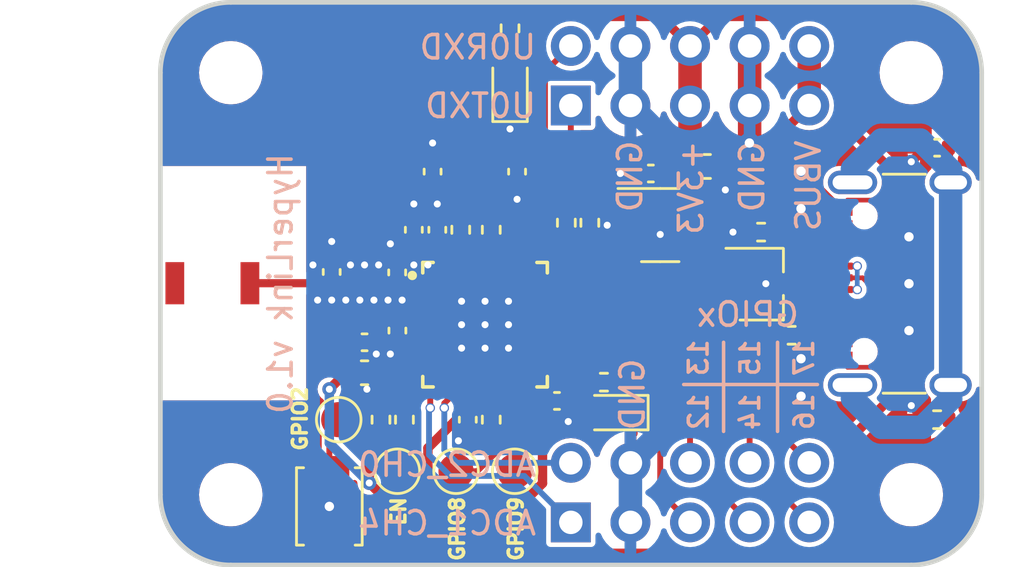
<source format=kicad_pcb>
(kicad_pcb (version 20221018) (generator pcbnew)
  (layers (0 "F.Cu" signal) (31 "B.Cu" signal) (34 "B.Paste" user) (35 "F.Paste" user) (36 "B.SilkS" user "B.Silkscreen") (37 "F.SilkS" user "F.Silkscreen") (38 "B.Mask" user) (39 "F.Mask" user) (44 "Edge.Cuts" user))
  (net 0 "")
  (net 1 "+3V3")
  (net 4 "VBUS")
  (net 5 "GND")
  (net 11 "/USB_D-")
  (net 12 "/USB_D+")
  (net 14 "/GPIO9")
  (net 15 "/GPIO2")
  (net 16 "/EN")
  (net 17 "/RF")
  (net 18 "/ANT")
  (net 19 "/SHIELD")
  (net 20 "/GPIO8")
  (net 21 "/XTAL_P")
  (net 22 "/XTAL_N")
  (net 23 "/XTAL_P_RES")
  (net 24 "/VDD3P3")
  (net 25 "/U0RXD")
  (net 26 "/U0TXD")
  (net 27 "/GPIO12")
  (net 28 "/GPIO13")
  (net 29 "/GPIO14")
  (net 30 "/GPIO15")
  (net 31 "/GPIO16")
  (net 32 "/GPIO17")
  (net 33 "/ADC1_CH4")
  (net 34 "/ADC2_CH0")
  (net 35 "/U0TXD_RES")
  (net 36 "/CC1")
  (net 37 "/CC2")
  (net 39 "/LDO_EN")
  (net 40 "/STATUS_LED_RES")
  (net 41 "/POWER_LED_RES")
  (net 42 "/STATUS_LED")
  (footprint "Package_TO_SOT_SMD:SOT-23-5" (layer "F.Cu") (at 140.3 79.5)
    (fp_text reference "U3" hide)
    (fp_text value "MIC5504-3.3YM5" hide)
  )
  (footprint "Resistor_SMD:R_0402_1005Metric" (layer "F.Cu") (at 144.6 79.8 180)
    (fp_text reference "R7" hide)
    (fp_text value "5k1" hide)
  )
  (footprint "TestPoint:TestPoint_Pad_D1.5mm" (layer "F.Cu") (at 126.6 87.8)
    (fp_text reference "TP4" hide)
    (fp_text value "GPIO2" hide)
  )
  (footprint "MountingHole:MountingHole_2.2mm_M2" (layer "F.Cu") (at 122 73)
    (fp_text reference "H3" hide)
    (fp_text value "MountingHole" hide)
  )
  (footprint "Resistor_SMD:R_0402_1005Metric" (layer "F.Cu") (at 129.4 87.8 90)
    (fp_text reference "R4" hide)
    (fp_text value "10k" hide)
  )
  (footprint "Capacitor_SMD:C_0402_1005Metric" (layer "F.Cu") (at 135.9 87)
    (fp_text reference "C2" hide)
    (fp_text value "100n" hide)
  )
  (footprint "MountingHole:MountingHole_2.2mm_M2" (layer "F.Cu") (at 151 73)
    (fp_text reference "H2" hide)
    (fp_text value "MountingHole" hide)
  )
  (footprint "Resistor_SMD:R_0402_1005Metric" (layer "F.Cu") (at 145.9 84.2 180)
    (fp_text reference "R8" hide)
    (fp_text value "5k1" hide)
  )
  (footprint "Capacitor_SMD:C_0402_1005Metric" (layer "F.Cu") (at 130.6 77.22 90)
    (fp_text reference "C5" hide)
    (fp_text value "12pF" hide)
  )
  (footprint "Capacitor_SMD:C_0603_1608Metric" (layer "F.Cu") (at 142.3 77)
    (fp_text reference "C7" hide)
    (fp_text value "10u" hide)
  )
  (footprint "TestPoint:TestPoint_Pad_D1.5mm" (layer "F.Cu") (at 134.1 90)
    (fp_text reference "TP2" hide)
    (fp_text value "GPIO9" hide)
  )
  (footprint "Capacitor_SMD:C_0603_1608Metric" (layer "F.Cu") (at 127.7 85.8)
    (fp_text reference "C18" hide)
    (fp_text value "10u" hide)
  )
  (footprint "Capacitor_SMD:C_0402_1005Metric" (layer "F.Cu") (at 126.3 81.5 90)
    (fp_text reference "C14" hide)
    (fp_text value "C" hide)
  )
  (footprint "Capacitor_SMD:C_0402_1005Metric" (layer "F.Cu") (at 130.8 79.7 90)
    (fp_text reference "C4" hide)
    (fp_text value "1u" hide)
  )
  (footprint "Capacitor_SMD:C_0402_1005Metric" (layer "F.Cu") (at 129.09 81.52 90)
    (fp_text reference "C1" hide)
    (fp_text value "C" hide)
  )
  (footprint "Inductor_SMD:L_0402_1005Metric" (layer "F.Cu") (at 127.7 81.95)
    (fp_text reference "L1" hide)
    (fp_text value "L" hide)
  )
  (footprint "Resistor_SMD:R_0402_1005Metric" (layer "F.Cu") (at 136.3 79.4 -90)
    (fp_text reference "R9" hide)
    (fp_text value "1k5" hide)
  )
  (footprint "Capacitor_SMD:C_0402_1005Metric" (layer "F.Cu") (at 134.2 77.22 -90)
    (fp_text reference "C6" hide)
    (fp_text value "12pF" hide)
  )
  (footprint "Inductor_SMD:L_0402_1005Metric" (layer "F.Cu") (at 127.7 83.5)
    (fp_text reference "L2" hide)
    (fp_text value "2n" hide)
  )
  (footprint "TestPoint:TestPoint_Pad_D1.5mm" (layer "F.Cu") (at 131.6 90)
    (fp_text reference "TP3" hide)
    (fp_text value "GPIO8" hide)
  )
  (footprint "Resistor_SMD:R_0402_1005Metric" (layer "F.Cu") (at 137.3 79.4 90)
    (fp_text reference "R10" hide)
    (fp_text value "10k" hide)
  )
  (footprint "Connector_USB:USB_C_Receptacle_GCT_USB4105-xx-A_16P_TopMnt_Horizontal" (layer "F.Cu") (at 151.6 82 90)
    (fp_text reference "J1" hide)
    (fp_text value "USB_C_Receptacle_USB2.0" hide)
  )
  (footprint "Capacitor_SMD:C_0402_1005Metric" (layer "F.Cu") (at 129.1 84 -90)
    (fp_text reference "C15" hide)
    (fp_text value "100n" hide)
  )
  (footprint "Capacitor_SMD:C_0402_1005Metric" (layer "F.Cu") (at 152.1 76.2 180)
    (fp_text reference "C11" hide)
    (fp_text value "C" hide)
  )
  (footprint "MountingHole:MountingHole_2.2mm_M2" (layer "F.Cu") (at 151 91)
    (fp_text reference "H1" hide)
    (fp_text value "MountingHole" hide)
  )
  (footprint "Connector_PinHeader_2.54mm:PinHeader_2x05_P2.54mm_Vertical" (layer "F.Cu") (at 136.49 92.18 90)
    (fp_text reference "J2" hide)
    (fp_text value "Conn_02x05_Odd_Even" hide)
  )
  (footprint "Connector_PinHeader_2.54mm:PinHeader_2x05_P2.54mm_Vertical" (layer "F.Cu") (at 136.49 74.4 90)
    (fp_text reference "J3" hide)
    (fp_text value "Conn_02x05_Odd_Even" hide)
  )
  (footprint "Resistor_SMD:R_0402_1005Metric" (layer "F.Cu") (at 137.9 86.2 180)
    (fp_text reference "R11" hide)
    (fp_text value "1k" hide)
  )
  (footprint "Capacitor_SMD:C_0402_1005Metric" (layer "F.Cu") (at 129.8 79.7 90)
    (fp_text reference "C3" hide)
    (fp_text value "10n" hide)
  )
  (footprint "Resistor_SMD:R_0402_1005Metric" (layer "F.Cu") (at 133.1 87.8 90)
    (fp_text reference "R2" hide)
    (fp_text value "10k" hide)
  )
  (footprint "Capacitor_SMD:C_0402_1005Metric" (layer "F.Cu") (at 139.9 77.3 180)
    (fp_text reference "C12" hide)
    (fp_text value "1u" hide)
  )
  (footprint "Resistor_SMD:R_0402_1005Metric" (layer "F.Cu") (at 128.4 87.8 90)
    (fp_text reference "R3" hide)
    (fp_text value "10k" hide)
  )
  (footprint "Resistor_SMD:R_0402_1005Metric" (layer "F.Cu") (at 131.8 79.7 -90)
    (fp_text reference "R6" hide)
    (fp_text value "0R" hide)
  )
  (footprint "Resistor_SMD:R_0402_1005Metric" (layer "F.Cu") (at 133.9 71.11 -90)
    (fp_text reference "R12" hide)
    (fp_text value "1k" hide)
  )
  (footprint "encyclopedia_galactica:ABM11W-30.0000MHZ-7-D1X-T3" (layer "F.Cu") (at 132.400001 77.4 180)
    (fp_text reference "Y1" hide)
    (fp_text value "ABM11W-40.0000MHZ-8-B1U-T3" hide)
  )
  (footprint "Capacitor_SMD:C_0402_1005Metric" (layer "F.Cu") (at 132.1 87.8 -90)
    (fp_text reference "C17" hide)
    (fp_text value "100n" hide)
  )
  (footprint "LED_SMD:LED_0603_1608Metric" (layer "F.Cu") (at 133.9 73.6 90)
    (fp_text reference "D2" hide)
    (fp_text value "LED" hide)
  )
  (footprint "MountingHole:MountingHole_2.2mm_M2" (layer "F.Cu") (at 122 91)
    (fp_text reference "H4" hide)
    (fp_text value "MountingHole" hide)
  )
  (footprint "Package_TO_SOT_SMD:TSOT-23" (layer "F.Cu") (at 144.6 82)
    (fp_text reference "U2" hide)
    (fp_text value "PESD2USB5UXT" hide)
  )
  (footprint "LED_SMD:LED_0603_1608Metric" (layer "F.Cu") (at 138.3 87.5 180)
    (fp_text reference "D1" hide)
    (fp_text value "LED" hide)
  )
  (footprint "encyclopedia_galactica:QFN32_5X5_EXP" (layer "F.Cu") (at 132.834851 83.7487)
    (fp_text reference "U1" hide)
    (fp_text value "ESP32-C3" hide)
  )
  (footprint "Capacitor_SMD:C_0402_1005Metric" (layer "F.Cu") (at 127.7 84.5)
    (fp_text reference "C16" hide)
    (fp_text value "100n" hide)
  )
  (footprint "TestPoint:TestPoint_Pad_D1.5mm" (layer "F.Cu") (at 129.1 90)
    (fp_text reference "TP1" hide)
    (fp_text value "EN" hide)
  )
  (footprint "Button_Switch_SMD:SW_SPST_B3U-1000P" (layer "F.Cu") (at 126.2 91.5 90)
    (fp_text reference "SW1" hide)
    (fp_text value "SW_Push" hide)
  )
  (footprint "Resistor_SMD:R_0402_1005Metric" (layer "F.Cu") (at 152.1 87.8 180)
    (fp_text reference "R1" hide)
    (fp_text value "R" hide)
  )
  (footprint "encyclopedia_galactica:2108838-1" (layer "F.Cu") (at 118.715 81.98)
    (fp_text reference "AE1" hide)
    (fp_text value "2108838-1" hide)
  )
  (footprint "Resistor_SMD:R_0402_1005Metric" (layer "F.Cu") (at 133.1 79.7 -90)
    (fp_text reference "R5" hide)
    (fp_text value "500R" hide)
  )
  (gr_line (start 143 84.5) (end 143 88.3) (stroke (width 0.15)) (layer "B.SilkS"))
  (gr_line (start 145.3 84.5) (end 145.3 88.3) (stroke (width 0.15)) (layer "B.SilkS"))
  (gr_line (start 141.3 86.3) (end 147 86.3) (stroke (width 0.15)) (layer "B.SilkS"))
  (gr_line locked (start 122.000001 94) (end 151 94) (stroke (width 0.2)) (layer "Edge.Cuts"))
  (gr_arc locked (start 154.000002 91.000001) (mid 153.121322 93.121321) (end 151.000002 94.000001) (stroke (width 0.2)) (layer "Edge.Cuts"))
  (gr_line locked (start 119.000001 72.999999) (end 119 91) (stroke (width 0.2)) (layer "Edge.Cuts"))
  (gr_arc locked (start 151.000002 69.999999) (mid 153.121321 70.878679) (end 154.000002 72.999999) (stroke (width 0.2)) (layer "Edge.Cuts"))
  (gr_arc locked (start 122 94.000001) (mid 119.878673 93.121322) (end 119 91.000001) (stroke (width 0.2)) (layer "Edge.Cuts"))
  (gr_line locked (start 154.000003 73) (end 154.000002 91.000001) (stroke (width 0.2)) (layer "Edge.Cuts"))
  (gr_arc locked (start 119.000001 73) (mid 119.878674 70.878667) (end 122.000001 70) (stroke (width 0.2)) (layer "Edge.Cuts"))
  (gr_line locked (start 122.000001 70) (end 151 70) (stroke (width 0.2)) (layer "Edge.Cuts"))
  (gr_text "ADC1_CH4" (at 135.1 92.8) (layer "B.SilkS") (effects (font (size 1 1)) (justify left bottom mirror)))
  (gr_text "GND" (at 139.6 75.8 90) (layer "B.SilkS") (effects (font (size 1 1)) (justify left bottom mirror)))
  (gr_text "12" (at 142.4 86.6 90) (layer "B.SilkS") (effects (font (size 0.8 0.8)) (justify left bottom mirror)))
  (gr_text "GPIOx" (at 146.3 83.9) (layer "B.SilkS") (effects (font (size 1 1)) (justify left bottom mirror)))
  (gr_text "HyperLink v1.0" (at 124.7 76.35 90) (layer "B.SilkS") (effects (font (size 1 1)) (justify left bottom mirror)))
  (gr_text "17" (at 146.9 84.3 90) (layer "B.SilkS") (effects (font (size 0.8 0.8)) (justify left bottom mirror)))
  (gr_text "15" (at 144.6 84.3 90) (layer "B.SilkS") (effects (font (size 0.8 0.8)) (justify left bottom mirror)))
  (gr_text "13" (at 142.4 84.3 90) (layer "B.SilkS") (effects (font (size 0.8 0.8)) (justify left bottom mirror)))
  (gr_text "U0TXD" (at 135.1 75) (layer "B.SilkS") (effects (font (size 1 1)) (justify left bottom mirror)))
  (gr_text "16" (at 146.9 86.6 90) (layer "B.SilkS") (effects (font (size 0.8 0.8)) (justify left bottom mirror)))
  (gr_text "VBUS" (at 147.2 75.8 90) (layer "B.SilkS") (effects (font (size 1 1)) (justify left bottom mirror)))
  (gr_text "+3V3" (at 142.2 75.8 90) (layer "B.SilkS") (effects (font (size 1 1)) (justify left bottom mirror)))
  (gr_text "ADC2_CH0" (at 135.1 90.3) (layer "B.SilkS") (effects (font (size 1 1)) (justify left bottom mirror)))
  (gr_text "U0RXD" (at 135.1 72.5) (layer "B.SilkS") (effects (font (size 1 1)) (justify left bottom mirror)))
  (gr_text "GND" (at 139.7 85.1 90) (layer "B.SilkS") (effects (font (size 1 1)) (justify left bottom mirror)))
  (gr_text "14" (at 144.6 86.6 90) (layer "B.SilkS") (effects (font (size 0.8 0.8)) (justify left bottom mirror)))
  (gr_text "GND" (at 144.8 75.8 90) (layer "B.SilkS") (effects (font (size 1 1)) (justify left bottom mirror)))
  (gr_text "GPIO9" (at 134.5 93.9 90) (layer "F.SilkS") (effects (font (size 0.6 0.6)) (justify left bottom)))
  (gr_text "GPIO2" (at 125.3 89.2 90) (layer "F.SilkS") (effects (font (size 0.6 0.6)) (justify left bottom)))
  (gr_text "GPIO8" (at 132 93.9 90) (layer "F.SilkS") (effects (font (size 0.6 0.6)) (justify left bottom)))
  (gr_text "EN" (at 129.5 92.4 90) (layer "F.SilkS") (effects (font (size 0.6 0.6)) (justify left bottom)))
  (segment (start 132.11 87.32) (end 132.1 87.32) (width 0.4) (layer "F.Cu") (net 1))
  (segment (start 142.83 70.6) (end 147.325 70.6) (width 0.4) (layer "F.Cu") (net 1))
  (segment (start 132.08485 86.1974) (end 132.08485 87.30485) (width 0.4) (layer "F.Cu") (net 1))
  (segment (start 135.283551 90.516449) (end 133.878 91.922) (width 0.4) (layer "F.Cu") (net 1))
  (segment (start 126.9 85.8) (end 126.925 85.8) (width 0.4) (layer "F.Cu") (net 1))
  (segment (start 130.4 89.009562) (end 130.4 91.2) (width 0.4) (layer "F.Cu") (net 1))
  (segment (start 141.57 78.35) (end 141.4375 78.35) (width 1) (layer "F.Cu") (net 1))
  (segment (start 130.8 80.515149) (end 130.8 80.18) (width 0.4) (layer "F.Cu") (net 1))
  (segment (start 126.2 86.5) (end 126.9 85.8) (width 0.4) (layer "F.Cu") (net 1))
  (segment (start 127.22 84.5) (end 127.22 85.505) (width 0.4) (layer "F.Cu") (net 1))
  (segment (start 132.2 70.6) (end 128.963 73.837) (width 0.4) (layer "F.Cu") (net 1))
  (segment (start 141.57 74.4) (end 141.57 71.86) (width 1) (layer "F.Cu") (net 1))
  (segment (start 141.57 71.86) (end 140.31 70.6) (width 0.4) (layer "F.Cu") (net 1))
  (segment (start 141.57 74.4) (end 141.57 78.35) (width 1) (layer "F.Cu") (net 1))
  (segment (start 127.22 85.505) (end 126.925 85.8) (width 0.4) (layer "F.Cu") (net 1))
  (segment (start 147.325 70.6) (end 148.2 71.475) (width 0.4) (layer "F.Cu") (net 1))
  (segment (start 148.2 92.5) (end 147.2 93.5) (width 0.4) (layer "F.Cu") (net 1))
  (segment (start 135.283551 85.498699) (end 135.283551 90.516449) (width 0.4) (layer "F.Cu") (net 1))
  (segment (start 148.2 71.475) (end 148.2 75.2) (width 0.4) (layer "F.Cu") (net 1))
  (segment (start 131.084852 81.3) (end 131.1 81.3) (width 0.4) (layer "F.Cu") (net 1))
  (segment (start 127.9 90.5) (end 127.9 88.81) (width 0.4) (layer "F.Cu") (net 1))
  (segment (start 147.2 93.5) (end 135.456 93.5) (width 0.4) (layer "F.Cu") (net 1))
  (segment (start 127.9 90.5) (end 128.6 91.2) (width 0.4) (layer "F.Cu") (net 1))
  (segment (start 133.878 91.922) (end 133.156 91.2) (width 0.4) (layer "F.Cu") (net 1))
  (segment (start 141.57 71.86) (end 142.83 70.6) (width 0.4) (layer "F.Cu") (net 1))
  (segment (start 151.7 78.7) (end 151.7 85.3) (width 0.4) (layer "F.Cu") (net 1))
  (segment (start 128.963 73.837) (end 128.963 79.614471) (width 0.4) (layer "F.Cu") (net 1))
  (segment (start 131.1 81.3) (end 131.342425 81.057575) (width 0.4) (layer "F.Cu") (net 1))
  (segment (start 151.7 85.3) (end 148.2 88.8) (width 0.4) (layer "F.Cu") (net 1))
  (segment (start 128.6 91.2) (end 130.4 91.2) (width 0.4) (layer "F.Cu") (net 1))
  (segment (start 131.342425 81.057575) (end 130.8 80.515149) (width 0.4) (layer "F.Cu") (net 1))
  (segment (start 138.513288 76.5) (end 141.47 76.5) (width 0.4) (layer "F.Cu") (net 1))
  (segment (start 133.156 91.2) (end 130.4 91.2) (width 0.4) (layer "F.Cu") (net 1))
  (segment (start 130.8 80.18) (end 129.8 80.18) (width 0.4) (layer "F.Cu") (net 1))
  (segment (start 129.4 88.31) (end 128.4 88.31) (width 0.4) (layer "F.Cu") (net 1))
  (segment (start 136.3 78.713288) (end 138.513288 76.5) (width 0.4) (layer "F.Cu") (net 1))
  (segment (start 127.215 84.495) (end 127.22 84.5) (width 0.4) (layer "F.Cu") (net 1))
  (segment (start 133.1 88.31) (end 132.11 87.32) (width 0.4) (layer "F.Cu") (net 1))
  (segment (start 132.1 87.32) (end 132.089562 87.32) (width 0.4) (layer "F.Cu") (net 1))
  (segment (start 129.528529 80.18) (end 129.8 80.18) (width 0.4) (layer "F.Cu") (net 1))
  (segment (start 140.31 70.6) (end 132.2 70.6) (width 0.4) (layer "F.Cu") (net 1))
  (segment (start 136.3 78.89) (end 136.3 78.713288) (width 0.4) (layer "F.Cu") (net 1))
  (segment (start 135.456 93.5) (end 133.878 91.922) (width 0.4) (layer "F.Cu") (net 1))
  (segment (start 128.963 79.614471) (end 129.528529 80.18) (width 0.4) (layer "F.Cu") (net 1))
  (segment (start 127.9 88.81) (end 128.4 88.31) (width 0.4) (layer "F.Cu") (net 1))
  (segment (start 148.2 75.2) (end 151.7 78.7) (width 0.4) (layer "F.Cu") (net 1))
  (segment (start 148.2 88.8) (end 148.2 92.5) (width 0.4) (layer "F.Cu") (net 1))
  (segment (start 127.215 83.5) (end 127.215 84.495) (width 0.4) (layer "F.Cu") (net 1))
  (segment (start 131.584851 81.3) (end 131.342425 81.057575) (width 0.4) (layer "F.Cu") (net 1))
  (segment (start 132.089562 87.32) (end 130.4 89.009562) (width 0.4) (layer "F.Cu") (net 1))
  (segment (start 132.08485 87.30485) (end 132.1 87.32) (width 0.4) (layer "F.Cu") (net 1))
  (via (at 126.2 86.5) (size 0.6) (drill 0.3) (layers "F.Cu" "B.Cu") (net 1))
  (via (at 127.9 90.5) (size 0.6) (drill 0.3) (layers "F.Cu" "B.Cu") (net 1))
  (segment (start 127.9 90.5) (end 126.2 88.8) (width 0.4) (layer "B.Cu") (net 1))
  (segment (start 126.2 88.8) (end 126.2 86.5) (width 0.4) (layer "B.Cu") (net 1))
  (segment (start 147.92 84.4) (end 148.42434 84.4) (width 0.35) (layer "F.Cu") (net 4))
  (segment (start 149.597 80.77266) (end 148.42434 79.6) (width 0.35) (layer "F.Cu") (net 4))
  (segment (start 148.42434 84.4) (end 149.597 83.22734) (width 0.35) (layer "F.Cu") (net 4))
  (segment (start 145.452 75.598) (end 145.452 79.152) (width 0.4) (layer "F.Cu") (net 4))
  (segment (start 145.9 79.6) (end 145.452 79.152) (width 0.35) (layer "F.Cu") (net 4))
  (segment (start 140.132112 78.55) (end 139.1625 78.55) (width 0.35) (layer "F.Cu") (net 4))
  (segment (start 147.92 79.6) (end 145.9 79.6) (width 0.35) (layer "F.Cu") (net 4))
  (segment (start 149.597 83.22734) (end 149.597 80.77266) (width 0.35) (layer "F.Cu") (net 4))
  (segment (start 148.42434 79.6) (end 147.92 79.6) (width 0.35) (layer "F.Cu") (net 4))
  (segment (start 137.64 78.55) (end 139.1625 78.55) (width 0.25) (layer "F.Cu") (net 4))
  (segment (start 146.65 71.86) (end 146.65 74.4) (width 1) (layer "F.Cu") (net 4))
  (segment (start 137.3 78.89) (end 137.64 78.55) (width 0.25) (layer "F.Cu") (net 4))
  (segment (start 145.452 79.152) (end 140.734112 79.152) (width 0.35) (layer "F.Cu") (net 4))
  (segment (start 140.734112 79.152) (end 140.132112 78.55) (width 0.35) (layer "F.Cu") (net 4))
  (segment (start 140.38 77.3) (end 140.38 78.302112) (width 0.35) (layer "F.Cu") (net 4))
  (segment (start 140.38 78.302112) (end 140.132112 78.55) (width 0.35) (layer "F.Cu") (net 4))
  (segment (start 146.65 74.4) (end 145.452 75.598) (width 0.4) (layer "F.Cu") (net 4))
  (segment (start 149.334999 85.565) (end 150.9 83.999999) (width 0.2) (layer "F.Cu") (net 5))
  (segment (start 133.9 74.3875) (end 133.9 75.4) (width 0.4) (layer "F.Cu") (net 5))
  (segment (start 148.285 78.435) (end 149.335001 78.435) (width 0.2) (layer "F.Cu") (net 5))
  (segment (start 139.42 77.3) (end 138.6 77.3) (width 0.4) (layer "F.Cu") (net 5))
  (segment (start 130.8 79.22) (end 130.8 78.6) (width 0.4) (layer "F.Cu") (net 5))
  (segment (start 131.7 88.7) (end 132.1 88.3) (width 0.4) (layer "F.Cu") (net 5))
  (segment (start 147.92 78.8) (end 148.285 78.435) (width 0.2) (layer "F.Cu") (net 5))
  (segment (start 128.2 84.52) (end 128.18 84.5) (width 0.4) (layer "F.Cu") (net 5))
  (segment (start 144.11 74.4) (end 144.11 71.86) (width 1) (layer "F.Cu") (net 5))
  (segment (start 131.590001 76.74) (end 131.763001 76.913) (width 0.2) (layer "F.Cu") (net 5))
  (segment (start 146.3 85.2) (end 147.92 85.2) (width 0.35) (layer "F.Cu") (net 5))
  (segment (start 145.91 82) (end 144.8 82) (width 0.4) (layer "F.Cu") (net 5))
  (segment (start 130.6 76.74) (end 131.590001 76.74) (width 0.2) (layer "F.Cu") (net 5))
  (segment (start 128.8 80.75) (end 129.09 81.04) (width 0.4) (layer "F.Cu") (net 5))
  (segment (start 143.075 78) (end 143.075 77) (width 0.4) (layer "F.Cu") (net 5))
  (segment (start 145.39 84.29) (end 146.3 85.2) (width 0.4) (layer "F.Cu") (net 5))
  (segment (start 129.8 79.22) (end 129.8 78.6) (width 0.4) (layer "F.Cu") (net 5))
  (segment (start 147.92 85.2) (end 148.285 85.565) (width 0.2) (layer "F.Cu") (net 5))
  (segment (start 148.285 85.565) (end 149.334999 85.565) (width 0.2) (layer "F.Cu") (net 5))
  (segment (start 126.2 93.2) (end 126.2 91.5) (width 0.4) (layer "F.Cu") (net 5))
  (segment (start 128.2 85) (end 128.2 84.52) (width 0.4) (layer "F.Cu") (net 5))
  (segment (start 143.4 79.8) (end 144.09 79.8) (width 0.4) (layer "F.Cu") (net 5))
  (segment (start 139.0875 87.5) (end 139.0875 89.5825) (width 0.4) (layer "F.Cu") (net 5))
  (segment (start 138.046557 79.5) (end 139.1625 79.5) (width 0.4) (layer "F.Cu") (net 5))
  (segment (start 146.3 78.8) (end 147.92 78.8) (width 0.4) (layer "F.Cu") (net 5))
  (segment (start 145.39 84.2) (end 145.39 84.29) (width 0.4) (layer "F.Cu") (net 5))
  (segment (start 147.92 85.2) (end 147.645 85.2) (width 0.4) (layer "F.Cu") (net 5))
  (segment (start 133.224001 77.7) (end 133.037001 77.887) (width 0.2) (layer "F.Cu") (net 5))
  (segment (start 146.3 86.545) (end 146.3 86.8) (width 0.4) (layer "F.Cu") (net 5))
  (segment (start 139.0875 89.5825) (end 139.03 89.64) (width 0.4) (layer "F.Cu") (net 5))
  (segment (start 139.9 79.5) (end 139.1625 79.5) (width 0.4) (layer "F.Cu") (net 5))
  (segment (start 128.475 85.825) (end 128.475 85.8) (width 0.4) (layer "F.Cu") (net 5))
  (segment (start 134.2 78.4) (end 134.2 77.7) (width 0.4) (layer "F.Cu") (net 5))
  (segment (start 147.645 85.2) (end 146.3 86.545) (width 0.4) (layer "F.Cu") (net 5))
  (segment (start 140.3 79.9) (end 139.9 79.5) (width 0.4) (layer "F.Cu") (net 5))
  (segment (start 126.3 80.2) (end 126.3 81.02) (width 0.4) (layer "F.Cu") (net 5))
  (segment (start 136.38 87.88) (end 136.38 87) (width 0.4) (layer "F.Cu") (net 5))
  (segment (start 147.895445 78.8) (end 146.3 77.204555) (width 0.4) (layer "F.Cu") (net 5))
  (segment (start 151.59 87.8) (end 151.59 87.79) (width 0.4) (layer "F.Cu") (net 5))
  (segment (start 130.6 76) (end 130.6 76.7) (width 0.4) (layer "F.Cu") (net 5))
  (segment (start 127.8 86.5) (end 128.475 85.825) (width 0.4) (layer "F.Cu") (net 5))
  (segment (start 134.2 77.7) (end 133.224001 77.7) (width 0.2) (layer "F.Cu") (net 5))
  (segment (start 151.59 87.79) (end 151 87.2) (width 0.4) (layer "F.Cu") (net 5))
  (segment (start 151.6 76.2) (end 151 76.8) (width 0.4) (layer "F.Cu") (net 5))
  (segment (start 151.62 76.2) (end 151.6 76.2) (width 0.4) (layer "F.Cu") (net 5))
  (segment (start 149.335001 78.435) (end 150.9 79.999999) (width 0.2) (layer "F.Cu") (net 5))
  (segment (start 138.040639 79.505918) (end 138.046557 79.5) (width 0.4) (layer "F.Cu") (net 5))
  (segment (start 128.8 80.3) (end 128.8 80.75) (width 0.4) (layer "F.Cu") (net 5))
  (segment (start 144.11 74.4) (end 144.11 75.99) (width 1) (layer "F.Cu") (net 5))
  (segment (start 128.799503 85) (end 128.799503 84.780497) (width 0.4) (layer "F.Cu") (net 5))
  (segment (start 147.92 78.8) (end 147.895445 78.8) (width 0.4) (layer "F.Cu") (net 5))
  (segment (start 128.799503 84.780497) (end 129.1 84.48) (width 0.4) (layer "F.Cu") (net 5))
  (segment (start 132.1 88.3) (end 132.1 88.28) (width 0.4) (layer "F.Cu") (net 5))
  (segment (start 144.11 75.99) (end 144.1 76) (width 1) (layer "F.Cu") (net 5))
  (via (at 130.4 81.2) (size 0.4) (drill 0.3) (layers "F.Cu" "B.Cu") (net 5))
  (via (at 128.8 80.3) (size 0.4) (drill 0.3) (layers "F.Cu" "B.Cu") (net 5))
  (via (at 126.9 82.7) (size 0.4) (drill 0.3) (layers "F.Cu" "B.Cu") (net 5))
  (via (at 138.6 77.3) (size 0.6) (drill 0.3) (layers "F.Cu" "B.Cu") (net 5))
  (via (at 129.8 81.2) (size 0.4) (drill 0.3) (layers "F.Cu" "B.Cu") (net 5))
  (via (at 133.9 75.4) (size 0.6) (drill 0.3) (layers "F.Cu" "B.Cu") (net 5))
  (via (at 128.1 82.7) (size 0.4) (drill 0.3) (layers "F.Cu" "B.Cu") (net 5))
  (via (at 146.3 78.8) (size 0.9) (drill 0.4) (layers "F.Cu" "B.Cu") (net 5))
  (via (at 133.834851 84.7487) (size 0.4) (drill 0.3) (layers "F.Cu" "B.Cu") (net 5))
  (via (at 134.2 78.4) (size 0.4) (drill 0.3) (layers "F.Cu" "B.Cu") (net 5))
  (via (at 132.834851 83.7487) (size 0.4) (drill 0.3) (layers "F.Cu" "B.Cu") (net 5))
  (via (at 131.834851 84.7487) (size 0.4) (drill 0.3) (layers "F.Cu" "B.Cu") (net 5))
  (via (at 127.5 82.7) (size 0.4) (drill 0.3) (layers "F.Cu" "B.Cu") (net 5))
  (via (at 136.38 87.88) (size 0.6) (drill 0.3) (layers "F.Cu" "B.Cu") (net 5))
  (via (at 143.075 78) (size 0.6) (drill 0.3) (layers "F.Cu" "B.Cu") (net 5))
  (via (at 138.040639 79.505918) (size 0.6) (drill 0.3) (layers "F.Cu" "B.Cu") (net 5))
  (via (at 131.834851 83.7487) (size 0.4) (drill 0.3) (layers "F.Cu" "B.Cu") (net 5))
  (via (at 144.8 82) (size 0.6) (drill 0.3) (layers "F.Cu" "B.Cu") (net 5))
  (via (at 132.834851 82.7487) (size 0.4) (drill 0.3) (layers "F.Cu" "B.Cu") (net 5))
  (via (at 130.6 76) (size 0.4) (drill 0.3) (layers "F.Cu" "B.Cu") (net 5))
  (via (at 126.2 91.5) (size 0.9) (drill 0.4) (layers "F.Cu" "B.Cu") (net 5))
  (via (at 128.799503 85) (size 0.4) (drill 0.3) (layers "F.Cu" "B.Cu") (net 5))
  (via (at 143.4 79.8) (size 0.6) (drill 0.3) (layers "F.Cu" "B.Cu") (net 5))
  (via (at 133.834851 83.7487) (size 0.4) (drill 0.3) (layers "F.Cu" "B.Cu") (net 5))
  (via (at 131.834851 82.7487) (size 0.4) (drill 0.3) (layers "F.Cu" "B.Cu") (net 5))
  (via (at 127.1 81.2) (size 0.4) (drill 0.3) (layers "F.Cu" "B.Cu") (net 5))
  (via (at 128.7 82.7) (size 0.4) (drill 0.3) (layers "F.Cu" "B.Cu") (net 5))
  (via (at 150.9 83.999999) (size 0.9) (drill 0.4) (layers "F.Cu" "B.Cu") (net 5))
  (via (at 150.9 79.999999) (size 0.9) (drill 0.4) (layers "F.Cu" "B.Cu") (net 5))
  (via (at 146.3 77.204555) (size 0.9) (drill 0.4) (layers "F.Cu" "B.Cu") (net 5))
  (via (at 129.8 78.6) (size 0.4) (drill 0.3) (layers "F.Cu" "B.Cu") (net 5))
  (via (at 150.9 82) (size 0.9) (drill 0.4) (layers "F.Cu" "B.Cu") (net 5))
  (via (at 132.834851 84.7487) (size 0.4) (drill 0.3) (layers "F.Cu" "B.Cu") (net 5))
  (via (at 130.8 78.6) (size 0.4) (drill 0.3) (layers "F.Cu" "B.Cu") (net 5))
  (via (at 146.3 85.2) (size 0.9) (drill 0.4) (layers "F.Cu" "B.Cu") (net 5))
  (via (at 125.7 82.7) (size 0.4) (drill 0.3) (layers "F.Cu" "B.Cu") (net 5))
  (via (at 140.3 79.9) (size 0.6) (drill 0.3) (layers "F.Cu" "B.Cu") (net 5))
  (via (at 128.2 85) (size 0.4) (drill 0.3) (layers "F.Cu" "B.Cu") (net 5))
  (via (at 129.3 82.7) (size 0.4) (drill 0.3) (layers "F.Cu" "B.Cu") (net 5))
  (via (at 126.3 80.2) (size 0.4) (drill 0.3) (layers "F.Cu" "B.Cu") (net 5))
  (via (at 144.1 76) (size 0.9) (drill 0.4) (layers "F.Cu" "B.Cu") (net 5))
  (via (at 133.834851 82.7487) (size 0.4) (drill 0.3) (layers "F.Cu" "B.Cu") (net 5))
  (via (at 126.3 82.7) (size 0.4) (drill 0.3) (layers "F.Cu" "B.Cu") (net 5))
  (via (at 125.5 81.2) (size 0.4) (drill 0.3) (layers "F.Cu" "B.Cu") (net 5))
  (via (at 131.7 88.7) (size 0.4) (drill 0.3) (layers "F.Cu" "B.Cu") (net 5))
  (via (at 146.3 86.8) (size 0.9) (drill 0.4) (layers "F.Cu" "B.Cu") (net 5))
  (via (at 151 76.8) (size 0.6) (drill 0.3) (layers "F.Cu" "B.Cu") (net 5))
  (via (at 127.7 81.2) (size 0.4) (drill 0.3) (layers "F.Cu" "B.Cu") (net 5))
  (via (at 128.3 81.2) (size 0.4) (drill 0.3) (layers "F.Cu" "B.Cu") (net 5))
  (via (at 127.8 86.5) (size 0.6) (drill 0.3) (layers "F.Cu" "B.Cu") (net 5))
  (via (at 151 87.2) (size 0.6) (drill 0.3) (layers "F.Cu" "B.Cu") (net 5))
  (segment (start 146.295445 77.2) (end 146.3 77.204555) (width 1) (layer "B.Cu") (net 5))
  (segment (start 139.03 74.4) (end 141.83 77.2) (width 1) (layer "B.Cu") (net 5))
  (segment (start 139.03 92.18) (end 139.03 89.64) (width 1) (layer "B.Cu") (net 5))
  (segment (start 151 79.899999) (end 150.9 79.999999) (width 0.4) (layer "B.Cu") (net 5))
  (segment (start 151 87.2) (end 151 84.099999) (width 0.4) (layer "B.Cu") (net 5))
  (segment (start 139.03 74.4) (end 139.03 71.86) (width 1) (layer "B.Cu") (net 5))
  (segment (start 143.47 85.2) (end 139.03 89.64) (width 1) (layer "B.Cu") (net 5))
  (segment (start 151 76.8) (end 151 79.899999) (width 0.4) (layer "B.Cu") (net 5))
  (segment (start 141.83 77.2) (end 146.295445 77.2) (width 1) (layer "B.Cu") (net 5))
  (segment (start 146.3 85.2) (end 143.47 85.2) (width 1) (layer "B.Cu") (net 5))
  (segment (start 151 84.099999) (end 150.9 83.999999) (width 0.4) (layer "B.Cu") (net 5))
  (segment (start 134.58485 81.01515) (end 134.58485 81.3) (width 0.25) (layer "F.Cu") (net 11))
  (segment (start 147.095 82.25) (end 146.768 82.577) (width 0.25) (layer "F.Cu") (net 11))
  (segment (start 134.723 80.877) (end 134.58485 81.01515) (width 0.25) (layer "F.Cu") (net 11))
  (segment (start 143.29 82.95) (end 143.29 82.187) (width 0.2) (layer "F.Cu") (net 11))
  (segment (start 147.92 82.25) (end 147.095 82.25) (width 0.25) (layer "F.Cu") (net 11))
  (segment (start 144.177 82.177) (end 138.500684 82.177) (width 0.25) (layer "F.Cu") (net 11))
  (segment (start 146.768 82.577) (end 144.577 82.577) (width 0.25) (layer "F.Cu") (net 11))
  (segment (start 148.695 81.25) (end 147.92 81.25) (width 0.25) (layer "F.Cu") (net 11))
  (segment (start 137.200684 80.877) (end 134.723 80.877) (width 0.25) (layer "F.Cu") (net 11))
  (segment (start 138.500684 82.177) (end 137.200684 80.877) (width 0.25) (layer "F.Cu") (net 11))
  (segment (start 144.577 82.577) (end 144.177 82.177) (width 0.25) (layer "F.Cu") (net 11))
  (segment (start 148.695 82.25) (end 147.92 82.25) (width 0.25) (layer "F.Cu") (net 11))
  (via (at 148.695 81.25) (size 0.4) (drill 0.3) (layers "F.Cu" "B.Cu") (net 11))
  (via (at 148.695 82.25) (size 0.4) (drill 0.3) (layers "F.Cu" "B.Cu") (net 11))
  (segment (start 148.695 82.25) (end 148.695 81.25) (width 0.2) (layer "B.Cu") (net 11))
  (segment (start 149.195 82.02) (end 149.195 82.52) (width 0.2) (layer "F.Cu") (net 12))
  (segment (start 147.92 81.75) (end 147.095 81.75) (width 0.25) (layer "F.Cu") (net 12))
  (segment (start 147.92 81.75) (end 147.872999 81.797001) (width 0.2) (layer "F.Cu") (net 12))
  (segment (start 148.965 82.75) (end 147.92 82.75) (width 0.2) (layer "F.Cu") (net 12))
  (segment (start 148.925 81.75) (end 149.195 82.02) (width 0.2) (layer "F.Cu") (net 12))
  (segment (start 144.2 81.8) (end 138.656842 81.8) (width 0.25) (layer "F.Cu") (net 12))
  (segment (start 134.084851 80.915149) (end 134.084851 81.3) (width 0.25) (layer "F.Cu") (net 12))
  (segment (start 147.92 81.75) (end 148.925 81.75) (width 0.2) (layer "F.Cu") (net 12))
  (segment (start 144.577 81.423) (end 144.2 81.8) (width 0.25) (layer "F.Cu") (net 12))
  (segment (start 147.095 81.75) (end 146.768 81.423) (width 0.25) (layer "F.Cu") (net 12))
  (segment (start 134.5 80.5) (end 134.084851 80.915149) (width 0.25) (layer "F.Cu") (net 12))
  (segment (start 146.768 81.423) (end 144.577 81.423) (width 0.25) (layer "F.Cu") (net 12))
  (segment (start 136.3 79.91) (end 136.3 80.5) (width 0.25) (layer "F.Cu") (net 12))
  (segment (start 137.356842 80.5) (end 136.3 80.5) (width 0.25) (layer "F.Cu") (net 12))
  (segment (start 136.3 80.5) (end 134.5 80.5) (width 0.25) (layer "F.Cu") (net 12))
  (segment (start 138.656842 81.8) (end 137.356842 80.5) (width 0.25) (layer "F.Cu") (net 12))
  (segment (start 149.195 82.52) (end 148.965 82.75) (width 0.2) (layer "F.Cu") (net 12))
  (segment (start 143.29 81.05) (end 143.29 81.79) (width 0.2) (layer "F.Cu") (net 12))
  (segment (start 134.084851 86.1974) (end 134.084851 87.351692) (width 0.25) (layer "F.Cu") (net 14))
  (segment (start 134.177 87.443841) (end 134.177 89.923) (width 0.25) (layer "F.Cu") (net 14))
  (segment (start 134.177 89.923) (end 134.1 90) (width 0.25) (layer "F.Cu") (net 14))
  (segment (start 134.084851 87.351692) (end 134.177 87.443841) (width 0.25) (layer "F.Cu") (net 14))
  (segment (start 126.2 88.2) (end 126.6 87.8) (width 0.25) (layer "F.Cu") (net 15))
  (segment (start 127.11 87.29) (end 126.6 87.8) (width 0.25) (layer "F.Cu") (net 15))
  (segment (start 128.4 87.29) (end 127.11 87.29) (width 0.25) (layer "F.Cu") (net 15))
  (segment (start 129.323 86.367) (end 128.4 87.29) (width 0.2) (layer "F.Cu") (net 15))
  (segment (start 126.2 89.8) (end 126.2 88.2) (width 0.25) (layer "F.Cu") (net 15))
  (segment (start 129.323 85.190703) (end 129.323 86.367) (width 0.2) (layer "F.Cu") (net 15))
  (segment (start 130.386151 84.498701) (end 130.015002 84.498701) (width 0.2) (layer "F.Cu") (net 15))
  (segment (start 130.015002 84.498701) (end 129.323 85.190703) (width 0.2) (layer "F.Cu") (net 15))
  (segment (start 129.947 89.153) (end 129.1 90) (width 0.2) (layer "F.Cu") (net 16))
  (segment (start 129.947 87.747) (end 129.947 89.153) (width 0.2) (layer "F.Cu") (net 16))
  (segment (start 129.977451 84.9987) (end 129.65 85.326151) (width 0.2) (layer "F.Cu") (net 16))
  (segment (start 130.386151 84.9987) (end 129.977451 84.9987) (width 0.2) (layer "F.Cu") (net 16))
  (segment (start 129.65 87.45) (end 129.947 87.747) (width 0.2) (layer "F.Cu") (net 16))
  (segment (start 129.65 85.326151) (end 129.65 87.45) (width 0.2) (layer "F.Cu") (net 16))
  (segment (start 127.185 81.98) (end 122.815 81.98) (width 0.35) (layer "F.Cu") (net 17))
  (segment (start 127.215 81.95) (end 127.185 81.98) (width 0.35) (layer "F.Cu") (net 17))
  (segment (start 128.2317 81.9967) (end 130.386151 81.9967) (width 0.35) (layer "F.Cu") (net 18))
  (segment (start 128.185 81.95) (end 128.2317 81.9967) (width 0.35) (layer "F.Cu") (net 18))
  (segment (start 152.61 87.8) (end 152.61 86.385) (width 0.4) (layer "F.Cu") (net 19))
  (segment (start 152.61 86.385) (end 152.675 86.32) (width 0.4) (layer "F.Cu") (net 19))
  (segment (start 152.58 76.2) (end 152.58 77.585) (width 0.4) (layer "F.Cu") (net 19))
  (segment (start 152.58 77.585) (end 152.675 77.68) (width 0.4) (layer "F.Cu") (net 19))
  (segment (start 148.495 77.105) (end 149.727 75.873) (width 1) (layer "B.Cu") (net 19))
  (segment (start 151.383976 75.873) (end 152.675 77.164024) (width 1) (layer "B.Cu") (net 19))
  (segment (start 148.495 86.32) (end 148.495 86.895) (width 1) (layer "B.Cu") (net 19))
  (segment (start 149.727 75.873) (end 151.383976 75.873) (width 1) (layer "B.Cu") (net 19))
  (segment (start 149.727 88.127) (end 151.473 88.127) (width 1) (layer "B.Cu") (net 19))
  (segment (start 152.675 77.164024) (end 152.675 77.68) (width 1) (layer "B.Cu") (net 19))
  (segment (start 148.495 86.895) (end 149.727 88.127) (width 1) (layer "B.Cu") (net 19))
  (segment (start 152.675 86.32) (end 152.675 77.68) (width 1) (layer "B.Cu") (net 19))
  (segment (start 148.495 77.68) (end 148.495 77.105) (width 1) (layer "B.Cu") (net 19))
  (segment (start 152.675 86.925) (end 152.675 86.32) (width 1) (layer "B.Cu") (net 19))
  (segment (start 151.473 88.127) (end 152.675 86.925) (width 1) (layer "B.Cu") (net 19))
  (segment (start 133.584852 87.384852) (end 133.584852 86.1974) (width 0.25) (layer "F.Cu") (net 20))
  (segment (start 133.8 88.7) (end 133.8 87.6) (width 0.25) (layer "F.Cu") (net 20))
  (segment (start 133.1 87.29) (end 133.49 87.29) (width 0.25) (layer "F.Cu") (net 20))
  (segment (start 131.6 90) (end 132.5 90) (width 0.25) (layer "F.Cu") (net 20))
  (segment (start 133.49 87.29) (end 133.584852 87.384852) (width 0.25) (layer "F.Cu") (net 20))
  (segment (start 132.5 90) (end 133.8 88.7) (width 0.25) (layer "F.Cu") (net 20))
  (segment (start 133.8 87.6) (end 133.584852 87.384852) (width 0.25) (layer "F.Cu") (net 20))
  (segment (start 131.8 79.19) (end 131.8 77.923999) (width 0.2) (layer "F.Cu") (net 21))
  (segment (start 130.6 77.7) (end 131.576001 77.7) (width 0.2) (layer "F.Cu") (net 21))
  (segment (start 131.576001 77.7) (end 131.763001 77.887) (width 0.2) (layer "F.Cu") (net 21))
  (segment (start 131.8 77.923999) (end 131.763001 77.887) (width 0.2) (layer "F.Cu") (net 21))
  (segment (start 134.2 76.74) (end 133.210001 76.74) (width 0.2) (layer "F.Cu") (net 22))
  (segment (start 132.578 78.578) (end 132.4 78.4) (width 0.15) (layer "F.Cu") (net 22))
  (segment (start 133.210001 76.74) (end 133.037001 76.913) (width 0.2) (layer "F.Cu") (net 22))
  (segment (start 132.4 77.349001) (end 132.836001 76.913) (width 0.15) (layer "F.Cu") (net 22))
  (segment (start 132.836001 76.913) (end 133.037001 76.913) (width 0.15) (layer "F.Cu") (net 22))
  (segment (start 132.4 78.4) (end 132.4 77.349001) (width 0.15) (layer "F.Cu") (net 22))
  (segment (start 132.584851 81.3) (end 132.578 81.293149) (width 0.15) (layer "F.Cu") (net 22))
  (segment (start 132.578 81.293149) (end 132.578 78.578) (width 0.15) (layer "F.Cu") (net 22))
  (segment (start 132.08485 80.69485) (end 131.6 80.21) (width 0.25) (layer "F.Cu") (net 23))
  (segment (start 132.08485 81.3) (end 132.08485 80.69485) (width 0.25) (layer "F.Cu") (net 23))
  (segment (start 128.185 83.5) (end 129.08 83.5) (width 0.4) (layer "F.Cu") (net 24))
  (segment (start 129.898699 82.998699) (end 129.892425 82.992425) (width 0.4) (layer "F.Cu") (net 24))
  (segment (start 130.386151 82.4987) (end 129.892425 82.992425) (width 0.4) (layer "F.Cu") (net 24))
  (segment (start 130.386151 82.998699) (end 129.898699 82.998699) (width 0.4) (layer "F.Cu") (net 24))
  (segment (start 129.08 83.5) (end 129.1 83.52) (width 0.4) (layer "F.Cu") (net 24))
  (segment (start 129.364851 83.52) (end 129.1 83.52) (width 0.4) (layer "F.Cu") (net 24))
  (segment (start 129.892425 82.992425) (end 129.364851 83.52) (width 0.4) (layer "F.Cu") (net 24))
  (segment (start 133.584852 80.615148) (end 136.49 77.71) (width 0.25) (layer "F.Cu") (net 25))
  (segment (start 133.584852 81.3) (end 133.584852 80.615148) (width 0.25) (layer "F.Cu") (net 25))
  (segment (start 136.49 77.71) (end 136.49 74.4) (width 0.25) (layer "F.Cu") (net 25))
  (segment (start 135.388 78.012) (end 135.388 72.962) (width 0.25) (layer "F.Cu") (net 26))
  (segment (start 135.388 72.962) (end 136.49 71.86) (width 0.25) (layer "F.Cu") (net 26))
  (segment (start 134.21 79.19) (end 135.388 78.012) (width 0.25) (layer "F.Cu") (net 26))
  (segment (start 133.1 79.19) (end 134.21 79.19) (width 0.25) (layer "F.Cu") (net 26))
  (segment (start 140.3 90.91) (end 141.57 92.18) (width 0.25) (layer "F.Cu") (net 27))
  (segment (start 140.3 87.175264) (end 140.3 90.91) (width 0.25) (layer "F.Cu") (net 27))
  (segment (start 135.283551 84.498701) (end 137.623437 84.498701) (width 0.25) (layer "F.Cu") (net 27))
  (segment (start 137.623437 84.498701) (end 140.3 87.175264) (width 0.25) (layer "F.Cu") (net 27))
  (segment (start 141.57 87.912106) (end 141.57 89.64) (width 0.25) (layer "F.Cu") (net 28))
  (segment (start 135.283551 83.9987) (end 137.656594 83.9987) (width 0.25) (layer "F.Cu") (net 28))
  (segment (start 137.656594 83.9987) (end 141.57 87.912106) (width 0.25) (layer "F.Cu") (net 28))
  (segment (start 142.022052 87.831) (end 142.231 87.831) (width 0.25) (layer "F.Cu") (net 29))
  (segment (start 142.231 87.831) (end 142.9 88.5) (width 0.25) (layer "F.Cu") (net 29))
  (segment (start 142.9 90.97) (end 144.11 92.18) (width 0.25) (layer "F.Cu") (net 29))
  (segment (start 135.283551 83.4987) (end 137.689752 83.4987) (width 0.25) (layer "F.Cu") (net 29))
  (segment (start 142.9 88.5) (end 142.9 90.97) (width 0.25) (layer "F.Cu") (net 29))
  (segment (start 137.689752 83.4987) (end 142.022052 87.831) (width 0.25) (layer "F.Cu") (net 29))
  (segment (start 144.11 88.243158) (end 144.11 89.64) (width 0.25) (layer "F.Cu") (net 30))
  (segment (start 137.722909 82.998699) (end 142.17821 87.454) (width 0.25) (layer "F.Cu") (net 30))
  (segment (start 143.320842 87.454) (end 144.11 88.243158) (width 0.25) (layer "F.Cu") (net 30))
  (segment (start 135.283551 82.998699) (end 137.722909 82.998699) (width 0.25) (layer "F.Cu") (net 30))
  (segment (start 142.17821 87.454) (end 143.320842 87.454) (width 0.25) (layer "F.Cu") (net 30))
  (segment (start 145.4 90.93) (end 146.65 92.18) (width 0.25) (layer "F.Cu") (net 31))
  (segment (start 143.477 87.077) (end 145.4 89) (width 0.25) (layer "F.Cu") (net 31))
  (segment (start 145.4 89) (end 145.4 90.93) (width 0.25) (layer "F.Cu") (net 31))
  (segment (start 137.756068 82.4987) (end 142.334368 87.077) (width 0.25) (layer "F.Cu") (net 31))
  (segment (start 135.283551 82.4987) (end 137.756068 82.4987) (width 0.25) (layer "F.Cu") (net 31))
  (segment (start 142.334368 87.077) (end 143.477 87.077) (width 0.25) (layer "F.Cu") (net 31))
  (segment (start 142.490526 86.7) (end 143.71 86.7) (width 0.25) (layer "F.Cu") (net 32))
  (segment (start 135.283551 81.998701) (end 137.789227 81.998701) (width 0.25) (layer "F.Cu") (net 32))
  (segment (start 143.71 86.7) (end 146.65 89.64) (width 0.25) (layer "F.Cu") (net 32))
  (segment (start 137.789227 81.998701) (end 142.490526 86.7) (width 0.25) (layer "F.Cu") (net 32))
  (segment (start 130.5 87.3) (end 130.5 86.782252) (width 0.25) (layer "F.Cu") (net 33))
  (segment (start 130.5 86.782252) (end 131.084852 86.1974) (width 0.25) (layer "F.Cu") (net 33))
  (via (at 130.5 87.3) (size 0.4) (drill 0.3) (layers "F.Cu" "B.Cu") (net 33))
  (segment (start 130.448 89.298) (end 131.35 90.2) (width 0.25) (layer "B.Cu") (net 33))
  (segment (start 130.448 87.352) (end 130.448 89.298) (width 0.25) (layer "B.Cu") (net 33))
  (segment (start 130.5 87.3) (end 130.448 87.352) (width 0.25) (layer "B.Cu") (net 33))
  (segment (start 134.51 90.2) (end 136.49 92.18) (width 0.25) (layer "B.Cu") (net 33))
  (segment (start 131.35 90.2) (end 134.51 90.2) (width 0.25) (layer "B.Cu") (net 33))
  (segment (start 131.099503 87.3) (end 131.099503 87.100248) (width 0.25) (layer "F.Cu") (net 34))
  (segment (start 131.099503 87.100248) (end 131.584851 86.6149) (width 0.25) (layer "F.Cu") (net 34))
  (segment (start 131.584851 86.6149) (end 131.584851 86.1974) (width 0.25) (layer "F.Cu") (net 34))
  (via (at 131.099503 87.3) (size 0.4) (drill 0.3) (layers "F.Cu" "B.Cu") (net 34))
  (segment (start 131.099503 87.3) (end 131.099503 89.099503) (width 0.25) (layer "B.Cu") (net 34))
  (segment (start 131.64 89.64) (end 136.49 89.64) (width 0.25) (layer "B.Cu") (net 34))
  (segment (start 131.099503 89.099503) (end 131.64 89.64) (width 0.25) (layer "B.Cu") (net 34))
  (segment (start 133.084851 81.3) (end 133.084851 80.365149) (width 0.25) (layer "F.Cu") (net 35))
  (segment (start 147.095 83.25) (end 146.41 83.935) (width 0.25) (layer "F.Cu") (net 36))
  (segment (start 147.92 83.25) (end 147.095 83.25) (width 0.25) (layer "F.Cu") (net 36))
  (segment (start 146.41 83.935) (end 146.41 84.2) (width 0.25) (layer "F.Cu") (net 36))
  (segment (start 145.56 80.25) (end 147.92 80.25) (width 0.25) (layer "F.Cu") (net 37))
  (segment (start 145.11 79.8) (end 145.56 80.25) (width 0.25) (layer "F.Cu") (net 37))
  (segment (start 137.84 80.45) (end 139.1625 80.45) (width 0.25) (layer "F.Cu") (net 39))
  (segment (start 137.3 79.91) (end 137.84 80.45) (width 0.25) (layer "F.Cu") (net 39))
  (segment (start 137.39 87.3775) (end 137.5125 87.5) (width 0.25) (layer "F.Cu") (net 40))
  (segment (start 137.39 86.2) (end 137.39 87.3775) (width 0.25) (layer "F.Cu") (net 40))
  (segment (start 133.9 71.62) (end 133.9 72.8125) (width 0.25) (layer "F.Cu") (net 41))
  (segment (start 135.283551 84.9987) (end 137.2087 84.9987) (width 0.25) (layer "F.Cu") (net 42))
  (segment (start 137.2087 84.9987) (end 138.41 86.2) (width 0.25) (layer "F.Cu") (net 42))
  (zone locked (net 5) (net_name "GND") (layer "F.Cu") (priority 2) (connect_pads (clearance 0.2)) (min_thickness 0.25) (fill yes (thermal_gap 0.5) (thermal_bridge_width 0.5))
    (polygon (pts (xy 119 76.98) (xy 119 70) (xy 154 70) (xy 154 94) (xy 119 94) (xy 119 86.98) (xy 125.215 86.98) (xy 125.215 76.98)))
  )
  (zone (net 5) (net_name "GND") (layer "B.Cu") (connect_pads (clearance 0.2)) (min_thickness 0.25) (fill yes (thermal_gap 0.5) (thermal_bridge_width 0.5))
    (polygon (pts (xy 119 70) (xy 154 70) (xy 154 94) (xy 119 94)))
  )
)
</source>
